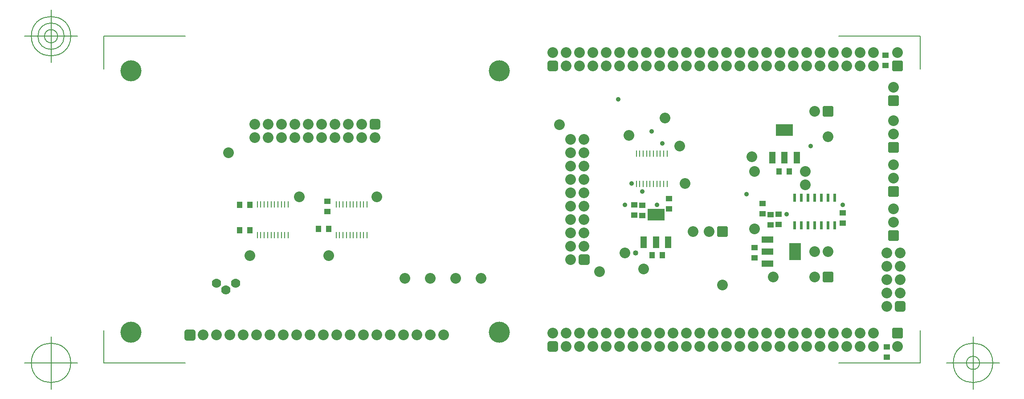
<source format=gbr>
G04 Generated by Ultiboard 13.0 *
%FSLAX24Y24*%
%MOIN*%

%ADD10C,0.0001*%
%ADD11C,0.0050*%
%ADD12C,0.1575*%
%ADD13C,0.0800*%
%ADD14R,0.0400X0.0500*%
%ADD15R,0.0098X0.0472*%
%ADD16R,0.0500X0.0400*%
%ADD17R,0.0450X0.0450*%
%ADD18C,0.0350*%
%ADD19C,0.0700*%
%ADD20R,0.0408X0.0408*%
%ADD21C,0.0392*%
%ADD22R,0.0600X0.0600*%
%ADD23C,0.0200*%
%ADD24R,0.0472X0.0866*%
%ADD25R,0.1300X0.0860*%
%ADD26C,0.0400*%
%ADD27R,0.0866X0.0472*%
%ADD28R,0.0860X0.1300*%
%ADD29R,0.0236X0.0610*%


G04 ColorRGB 9900CC for the following layer *
%LNSolder Mask Bottom*%
%LPD*%
G54D10*
G54D11*
X-30140Y-18998D02*
X-30140Y-16553D01*
X-30140Y-18998D02*
X-24027Y-18998D01*
X30986Y-18998D02*
X24873Y-18998D01*
X30986Y-18998D02*
X30986Y-16553D01*
X30986Y5454D02*
X30986Y3009D01*
X30986Y5454D02*
X24873Y5454D01*
X-30140Y5454D02*
X-24027Y5454D01*
X-30140Y5454D02*
X-30140Y3009D01*
X-32109Y-18998D02*
X-36046Y-18998D01*
X-34077Y-20966D02*
X-34077Y-17029D01*
X-35553Y-18998D02*
G75*
D01*
G02X-35553Y-18998I1476J0*
G01*
X32954Y-18998D02*
X36891Y-18998D01*
X34923Y-20966D02*
X34923Y-17029D01*
X33446Y-18998D02*
G75*
D01*
G02X33446Y-18998I1477J0*
G01*
X34431Y-18998D02*
G75*
D01*
G02X34431Y-18998I492J0*
G01*
X-32109Y5454D02*
X-36046Y5454D01*
X-34077Y3486D02*
X-34077Y7423D01*
X-35553Y5454D02*
G75*
D01*
G02X-35553Y5454I1476J0*
G01*
X-35061Y5454D02*
G75*
D01*
G02X-35061Y5454I984J0*
G01*
X-34569Y5454D02*
G75*
D01*
G02X-34569Y5454I492J0*
G01*
G54D12*
X-28100Y-16700D03*
X-541Y-16700D03*
X-28100Y2867D03*
X-541Y2867D03*
G54D13*
X-19184Y-10981D03*
X-13284Y-10981D03*
X-15484Y-6581D03*
X-9684Y-6581D03*
X-20784Y-3281D03*
X-15691Y-16897D03*
X-14691Y-16897D03*
X-13691Y-16897D03*
X-12691Y-16897D03*
X-11691Y-16897D03*
X-10691Y-16897D03*
X-9691Y-16897D03*
X-8691Y-16897D03*
X-7691Y-16897D03*
X-6691Y-16897D03*
X-5691Y-16897D03*
X-4691Y-16897D03*
X-22691Y-16897D03*
X-16691Y-16897D03*
X-19691Y-16897D03*
X-21691Y-16897D03*
X-20691Y-16897D03*
X-17691Y-16897D03*
X-18691Y-16897D03*
X-7584Y-12681D03*
X-5684Y-12681D03*
X-3784Y-12681D03*
X-1884Y-12681D03*
X-15821Y-2138D03*
X-14821Y-2138D03*
X-13821Y-2138D03*
X-12821Y-2138D03*
X-11821Y-2138D03*
X-10821Y-2138D03*
X-9821Y-2138D03*
X-17821Y-2138D03*
X-12821Y-1138D03*
X-11821Y-1138D03*
X-10821Y-1138D03*
X-14821Y-1138D03*
X-13821Y-1138D03*
X-15821Y-1138D03*
X-17821Y-1138D03*
X-16821Y-1138D03*
X-18821Y-1138D03*
X-16821Y-2138D03*
X-18821Y-2138D03*
X3480Y-16767D03*
X4480Y-16767D03*
X4480Y-17767D03*
X5480Y-16767D03*
X5480Y-17767D03*
X6480Y-16767D03*
X6480Y-17767D03*
X7480Y-16767D03*
X7480Y-17767D03*
X12480Y-17767D03*
X12480Y-16767D03*
X9480Y-17767D03*
X8480Y-17767D03*
X10480Y-17767D03*
X11480Y-17767D03*
X9480Y-16767D03*
X8480Y-16767D03*
X11480Y-16767D03*
X10480Y-16767D03*
X25480Y-17767D03*
X25480Y-16767D03*
X19480Y-17767D03*
X19480Y-16767D03*
X18480Y-17767D03*
X15480Y-17767D03*
X13480Y-17767D03*
X14480Y-17767D03*
X17480Y-17767D03*
X16480Y-17767D03*
X14480Y-16767D03*
X13480Y-16767D03*
X15480Y-16767D03*
X17480Y-16767D03*
X16480Y-16767D03*
X18480Y-16767D03*
X21480Y-17767D03*
X20480Y-17767D03*
X23480Y-17767D03*
X22480Y-17767D03*
X24480Y-17767D03*
X22480Y-16767D03*
X20480Y-16767D03*
X21480Y-16767D03*
X23480Y-16767D03*
X24480Y-16767D03*
X26480Y-17767D03*
X27480Y-17767D03*
X26480Y-16767D03*
X27480Y-16767D03*
X29280Y-17767D03*
X5820Y-8267D03*
X5820Y-9267D03*
X5820Y-10267D03*
X5820Y-6267D03*
X5820Y-7267D03*
X5820Y-5267D03*
X4820Y-11267D03*
X4820Y-8267D03*
X4820Y-9267D03*
X4820Y-10267D03*
X4820Y-6267D03*
X4820Y-7267D03*
X4820Y-5267D03*
X5820Y-3267D03*
X5820Y-4267D03*
X5820Y-2267D03*
X4820Y-3267D03*
X4820Y-4267D03*
X4820Y-2267D03*
X12480Y3233D03*
X12480Y4233D03*
X6480Y3233D03*
X6480Y4233D03*
X4480Y3233D03*
X5480Y3233D03*
X3480Y4233D03*
X4480Y4233D03*
X5480Y4233D03*
X9480Y3233D03*
X7480Y3233D03*
X8480Y3233D03*
X10480Y3233D03*
X11480Y3233D03*
X9480Y4233D03*
X8480Y4233D03*
X7480Y4233D03*
X11480Y4233D03*
X10480Y4233D03*
X25480Y3233D03*
X25480Y4233D03*
X19480Y3233D03*
X19480Y4233D03*
X18480Y3233D03*
X15480Y3233D03*
X13480Y3233D03*
X14480Y3233D03*
X17480Y3233D03*
X16480Y3233D03*
X14480Y4233D03*
X13480Y4233D03*
X15480Y4233D03*
X17480Y4233D03*
X16480Y4233D03*
X18480Y4233D03*
X21480Y3233D03*
X20480Y3233D03*
X23480Y3233D03*
X22480Y3233D03*
X24480Y3233D03*
X22480Y4233D03*
X20480Y4233D03*
X21480Y4233D03*
X23480Y4233D03*
X24480Y4233D03*
X26480Y3233D03*
X27480Y3233D03*
X26480Y4233D03*
X27480Y4233D03*
X29280Y4233D03*
X28980Y1633D03*
X3980Y-1167D03*
X6980Y-12167D03*
X13980Y-9167D03*
X8880Y-10767D03*
X9180Y-1967D03*
X13380Y-5567D03*
X10280Y-11967D03*
X18380Y-3567D03*
X22380Y-4667D03*
X18580Y-4667D03*
X18580Y-8967D03*
X19980Y-12567D03*
X22380Y-5667D03*
X23080Y-10667D03*
X24080Y-10667D03*
X28480Y-12777D03*
X29480Y-12777D03*
X28480Y-14777D03*
X28480Y-13777D03*
X29480Y-13777D03*
X29480Y-10777D03*
X28480Y-10777D03*
X28480Y-11777D03*
X29480Y-11777D03*
X11880Y-667D03*
X12980Y-2767D03*
X15180Y-9167D03*
X16180Y-13167D03*
X23080Y-167D03*
X23080Y-12567D03*
X24080Y-2067D03*
X28980Y-1867D03*
X28980Y-867D03*
X28980Y-5167D03*
X28980Y-4167D03*
X28980Y-8467D03*
X28980Y-7467D03*
G54D14*
X-19964Y-9081D03*
X-19194Y-9081D03*
X-14074Y-8981D03*
X-13304Y-8981D03*
X-19974Y-7181D03*
X-19204Y-7181D03*
X10901Y-10936D03*
X11671Y-10936D03*
X20400Y-4667D03*
X21170Y-4667D03*
G54D15*
X-18380Y-9423D03*
X-18636Y-9423D03*
X-17612Y-9423D03*
X-17356Y-9423D03*
X-18124Y-9423D03*
X-17868Y-9423D03*
X-16844Y-9423D03*
X-16589Y-9423D03*
X-17100Y-9423D03*
X-16333Y-9423D03*
X-18636Y-7139D03*
X-18380Y-7139D03*
X-18124Y-7139D03*
X-17356Y-7139D03*
X-17868Y-7139D03*
X-17612Y-7139D03*
X-16589Y-7139D03*
X-17100Y-7139D03*
X-16844Y-7139D03*
X-16333Y-7139D03*
X-12736Y-9423D03*
X-11200Y-9423D03*
X-12480Y-9423D03*
X-12224Y-9423D03*
X-11968Y-9423D03*
X-11712Y-9423D03*
X-11456Y-9423D03*
X-10433Y-9423D03*
X-10944Y-9423D03*
X-10689Y-9423D03*
X-12736Y-7139D03*
X-12480Y-7139D03*
X-11968Y-7139D03*
X-12224Y-7139D03*
X-11712Y-7139D03*
X-11200Y-7139D03*
X-11456Y-7139D03*
X-10944Y-7139D03*
X-10433Y-7139D03*
X-10689Y-7139D03*
X9728Y-5609D03*
X9984Y-5609D03*
X10240Y-5609D03*
X10496Y-5609D03*
X10752Y-5609D03*
X11007Y-5609D03*
X11263Y-5609D03*
X11519Y-5609D03*
X11775Y-5609D03*
X12031Y-5609D03*
X9728Y-3325D03*
X9984Y-3325D03*
X10240Y-3325D03*
X10496Y-3325D03*
X10752Y-3325D03*
X11007Y-3325D03*
X11263Y-3325D03*
X11519Y-3325D03*
X11775Y-3325D03*
X12031Y-3325D03*
G54D16*
X-13384Y-7671D03*
X-13384Y-6901D03*
X28480Y-18557D03*
X28480Y-17787D03*
X28380Y3253D03*
X28380Y4023D03*
X9575Y-7952D03*
X9575Y-7182D03*
X10180Y-7957D03*
X10180Y-7187D03*
X12180Y-7457D03*
X12180Y-6687D03*
X18580Y-11147D03*
X18580Y-10377D03*
X19780Y-8657D03*
X19780Y-7887D03*
X20380Y-8647D03*
X20380Y-7877D03*
X19180Y-7847D03*
X19180Y-7077D03*
X25180Y-8547D03*
X25180Y-7777D03*
G54D17*
X-23691Y-16897D03*
G54D18*
X-23916Y-17122D02*
X-23466Y-17122D01*
X-23466Y-16672D01*
X-23916Y-16672D01*
X-23916Y-17122D01*D02*
X8380Y733D03*
X9380Y-5567D03*
X8880Y-7167D03*
X10180Y-6167D03*
X10880Y-1667D03*
X11680Y-2567D03*
X11280Y-7167D03*
X17980Y-6367D03*
X20980Y-7867D03*
X22780Y-2767D03*
X25180Y-7167D03*
G54D19*
X-21693Y-13025D03*
X-20984Y-13537D03*
X-20276Y-13025D03*
G54D20*
X-9821Y-1138D03*
X3480Y-17767D03*
X5820Y-11267D03*
X3480Y3233D03*
X29480Y-14777D03*
G54D21*
X-10025Y-1342D02*
X-9617Y-1342D01*
X-9617Y-934D01*
X-10025Y-934D01*
X-10025Y-1342D01*D02*
X3276Y-17971D02*
X3684Y-17971D01*
X3684Y-17563D01*
X3276Y-17563D01*
X3276Y-17971D01*D02*
X5616Y-11471D02*
X6024Y-11471D01*
X6024Y-11063D01*
X5616Y-11063D01*
X5616Y-11471D01*D02*
X3276Y3029D02*
X3684Y3029D01*
X3684Y3437D01*
X3276Y3437D01*
X3276Y3029D01*D02*
X29276Y-14981D02*
X29684Y-14981D01*
X29684Y-14573D01*
X29276Y-14573D01*
X29276Y-14981D01*D02*
G54D22*
X29280Y-16767D03*
X29280Y3233D03*
X28980Y633D03*
X16180Y-9167D03*
X24080Y-167D03*
X24080Y-12567D03*
X28980Y-2867D03*
X28980Y-6167D03*
X28980Y-9467D03*
G54D23*
X28980Y-17067D02*
X29580Y-17067D01*
X29580Y-16467D01*
X28980Y-16467D01*
X28980Y-17067D01*D02*
X28980Y2933D02*
X29580Y2933D01*
X29580Y3533D01*
X28980Y3533D01*
X28980Y2933D01*D02*
X28680Y333D02*
X29280Y333D01*
X29280Y933D01*
X28680Y933D01*
X28680Y333D01*D02*
X15880Y-9467D02*
X16480Y-9467D01*
X16480Y-8867D01*
X15880Y-8867D01*
X15880Y-9467D01*D02*
X23780Y-467D02*
X24380Y-467D01*
X24380Y133D01*
X23780Y133D01*
X23780Y-467D01*D02*
X23780Y-12867D02*
X24380Y-12867D01*
X24380Y-12267D01*
X23780Y-12267D01*
X23780Y-12867D01*D02*
X28680Y-3167D02*
X29280Y-3167D01*
X29280Y-2567D01*
X28680Y-2567D01*
X28680Y-3167D01*D02*
X28680Y-6467D02*
X29280Y-6467D01*
X29280Y-5867D01*
X28680Y-5867D01*
X28680Y-6467D01*D02*
X28680Y-9767D02*
X29280Y-9767D01*
X29280Y-9167D01*
X28680Y-9167D01*
X28680Y-9767D01*D02*
G54D24*
X10286Y-9968D03*
X11191Y-9968D03*
X12097Y-9968D03*
X19910Y-3648D03*
X20816Y-3648D03*
X21721Y-3648D03*
G54D25*
X11191Y-7898D03*
X20816Y-1578D03*
G54D26*
X9680Y-10767D03*
G54D27*
X19548Y-11572D03*
X19548Y-10667D03*
X19548Y-9761D03*
G54D28*
X21618Y-10667D03*
G54D29*
X21580Y-8691D03*
X22080Y-8691D03*
X22580Y-8691D03*
X23080Y-8691D03*
X23580Y-8691D03*
X24080Y-8691D03*
X24580Y-8691D03*
X21580Y-6643D03*
X22080Y-6643D03*
X22580Y-6643D03*
X23080Y-6643D03*
X23580Y-6643D03*
X24080Y-6643D03*
X24580Y-6643D03*

M02*

</source>
